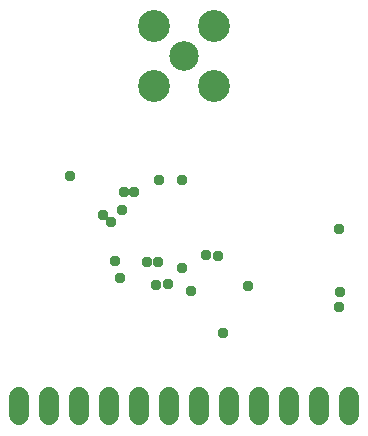
<source format=gbr>
G04 EAGLE Gerber RS-274X export*
G75*
%MOMM*%
%FSLAX34Y34*%
%LPD*%
%INSoldermask Bottom*%
%IPPOS*%
%AMOC8*
5,1,8,0,0,1.08239X$1,22.5*%
G01*
%ADD10C,2.503200*%
%ADD11C,2.703200*%
%ADD12C,1.727200*%
%ADD13C,0.959600*%


D10*
X170330Y279510D03*
D11*
X144930Y304910D03*
X144930Y254110D03*
X195730Y254110D03*
X195730Y304910D03*
D12*
X30200Y-9680D02*
X30200Y-24920D01*
X55600Y-24920D02*
X55600Y-9680D01*
X81000Y-9680D02*
X81000Y-24920D01*
X106400Y-24920D02*
X106400Y-9680D01*
X131800Y-9680D02*
X131800Y-24920D01*
X157200Y-24920D02*
X157200Y-9680D01*
X182600Y-9680D02*
X182600Y-24920D01*
X208000Y-24920D02*
X208000Y-9680D01*
X233400Y-9680D02*
X233400Y-24920D01*
X258800Y-24920D02*
X258800Y-9680D01*
X284200Y-9680D02*
X284200Y-24920D01*
X309600Y-24920D02*
X309600Y-9680D01*
D13*
X168402Y99822D03*
X156210Y86106D03*
X128016Y164592D03*
X148590Y174498D03*
X111252Y105918D03*
X168402Y174498D03*
X108204Y138684D03*
X146304Y85344D03*
X176022Y80010D03*
X198882Y109728D03*
X224028Y84582D03*
X202692Y44958D03*
X188976Y110490D03*
X300990Y67056D03*
X300990Y132588D03*
X301752Y79248D03*
X147828Y105156D03*
X138684Y105156D03*
X115824Y91440D03*
X101346Y144780D03*
X117348Y148590D03*
X118872Y164592D03*
X73152Y177546D03*
M02*

</source>
